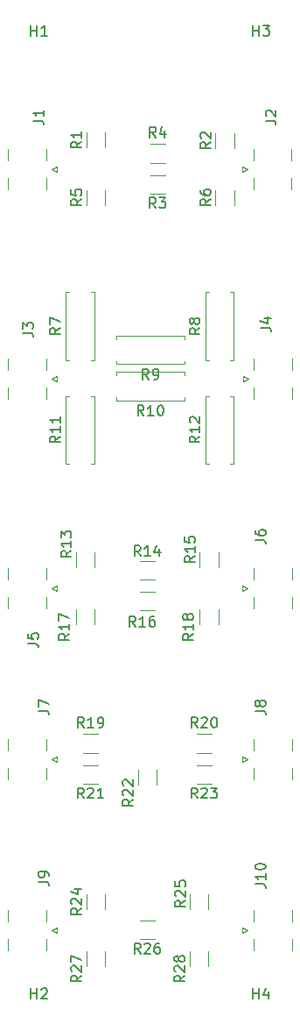
<source format=gbr>
G04 #@! TF.GenerationSoftware,KiCad,Pcbnew,(5.1.5)-3*
G04 #@! TF.CreationDate,2020-11-12T14:52:36+01:00*
G04 #@! TF.ProjectId,50 to 50 Attenuators,35302074-6f20-4353-9020-417474656e75,rev?*
G04 #@! TF.SameCoordinates,Original*
G04 #@! TF.FileFunction,Legend,Top*
G04 #@! TF.FilePolarity,Positive*
%FSLAX46Y46*%
G04 Gerber Fmt 4.6, Leading zero omitted, Abs format (unit mm)*
G04 Created by KiCad (PCBNEW (5.1.5)-3) date 2020-11-12 14:52:36*
%MOMM*%
%LPD*%
G04 APERTURE LIST*
%ADD10C,0.120000*%
%ADD11C,0.150000*%
G04 APERTURE END LIST*
D10*
X39710000Y-39340000D02*
X39710000Y-40450000D01*
X39710000Y-36550000D02*
X39710000Y-37660000D01*
X36000000Y-39340000D02*
X36000000Y-40450000D01*
X36000000Y-36550000D02*
X36000000Y-37660000D01*
X40260000Y-38500000D02*
X40760000Y-38750000D01*
X40760000Y-38750000D02*
X40760000Y-38250000D01*
X40760000Y-38250000D02*
X40260000Y-38500000D01*
X59765000Y-37660000D02*
X59765000Y-36550000D01*
X59765000Y-40450000D02*
X59765000Y-39340000D01*
X63475000Y-37660000D02*
X63475000Y-36550000D01*
X63475000Y-40450000D02*
X63475000Y-39340000D01*
X59215000Y-38500000D02*
X58715000Y-38250000D01*
X58715000Y-38250000D02*
X58715000Y-38750000D01*
X58715000Y-38750000D02*
X59215000Y-38500000D01*
X40760000Y-58500000D02*
X40260000Y-58750000D01*
X40760000Y-59000000D02*
X40760000Y-58500000D01*
X40260000Y-58750000D02*
X40760000Y-59000000D01*
X36000000Y-56800000D02*
X36000000Y-57910000D01*
X36000000Y-59590000D02*
X36000000Y-60700000D01*
X39710000Y-56800000D02*
X39710000Y-57910000D01*
X39710000Y-59590000D02*
X39710000Y-60700000D01*
X58790000Y-59000000D02*
X59290000Y-58750000D01*
X58790000Y-58500000D02*
X58790000Y-59000000D01*
X59290000Y-58750000D02*
X58790000Y-58500000D01*
X63550000Y-60700000D02*
X63550000Y-59590000D01*
X63550000Y-57910000D02*
X63550000Y-56800000D01*
X59840000Y-60700000D02*
X59840000Y-59590000D01*
X59840000Y-57910000D02*
X59840000Y-56800000D01*
X40760000Y-78750000D02*
X40260000Y-79000000D01*
X40760000Y-79250000D02*
X40760000Y-78750000D01*
X40260000Y-79000000D02*
X40760000Y-79250000D01*
X36000000Y-77050000D02*
X36000000Y-78160000D01*
X36000000Y-79840000D02*
X36000000Y-80950000D01*
X39710000Y-77050000D02*
X39710000Y-78160000D01*
X39710000Y-79840000D02*
X39710000Y-80950000D01*
X59790000Y-78160000D02*
X59790000Y-77050000D01*
X59790000Y-80950000D02*
X59790000Y-79840000D01*
X63500000Y-78160000D02*
X63500000Y-77050000D01*
X63500000Y-80950000D02*
X63500000Y-79840000D01*
X59240000Y-79000000D02*
X58740000Y-78750000D01*
X58740000Y-78750000D02*
X58740000Y-79250000D01*
X58740000Y-79250000D02*
X59240000Y-79000000D01*
X40760000Y-95250000D02*
X40260000Y-95500000D01*
X40760000Y-95750000D02*
X40760000Y-95250000D01*
X40260000Y-95500000D02*
X40760000Y-95750000D01*
X36000000Y-93550000D02*
X36000000Y-94660000D01*
X36000000Y-96340000D02*
X36000000Y-97450000D01*
X39710000Y-93550000D02*
X39710000Y-94660000D01*
X39710000Y-96340000D02*
X39710000Y-97450000D01*
X59790000Y-94660000D02*
X59790000Y-93550000D01*
X59790000Y-97450000D02*
X59790000Y-96340000D01*
X63500000Y-94660000D02*
X63500000Y-93550000D01*
X63500000Y-97450000D02*
X63500000Y-96340000D01*
X59240000Y-95500000D02*
X58740000Y-95250000D01*
X58740000Y-95250000D02*
X58740000Y-95750000D01*
X58740000Y-95750000D02*
X59240000Y-95500000D01*
X39710000Y-112840000D02*
X39710000Y-113950000D01*
X39710000Y-110050000D02*
X39710000Y-111160000D01*
X36000000Y-112840000D02*
X36000000Y-113950000D01*
X36000000Y-110050000D02*
X36000000Y-111160000D01*
X40260000Y-112000000D02*
X40760000Y-112250000D01*
X40760000Y-112250000D02*
X40760000Y-111750000D01*
X40760000Y-111750000D02*
X40260000Y-112000000D01*
X58740000Y-112250000D02*
X59240000Y-112000000D01*
X58740000Y-111750000D02*
X58740000Y-112250000D01*
X59240000Y-112000000D02*
X58740000Y-111750000D01*
X63500000Y-113950000D02*
X63500000Y-112840000D01*
X63500000Y-111160000D02*
X63500000Y-110050000D01*
X59790000Y-113950000D02*
X59790000Y-112840000D01*
X59790000Y-111160000D02*
X59790000Y-110050000D01*
X43590000Y-36427064D02*
X43590000Y-34972936D01*
X45410000Y-36427064D02*
X45410000Y-34972936D01*
X57910000Y-36477064D02*
X57910000Y-35022936D01*
X56090000Y-36477064D02*
X56090000Y-35022936D01*
X51227064Y-39090000D02*
X49772936Y-39090000D01*
X51227064Y-40910000D02*
X49772936Y-40910000D01*
X51227064Y-37910000D02*
X49772936Y-37910000D01*
X51227064Y-36090000D02*
X49772936Y-36090000D01*
X43590000Y-41977064D02*
X43590000Y-40522936D01*
X45410000Y-41977064D02*
X45410000Y-40522936D01*
X57910000Y-41977064D02*
X57910000Y-40522936D01*
X56090000Y-41977064D02*
X56090000Y-40522936D01*
X44370000Y-50420000D02*
X44040000Y-50420000D01*
X44370000Y-56960000D02*
X44370000Y-50420000D01*
X44040000Y-56960000D02*
X44370000Y-56960000D01*
X41630000Y-50420000D02*
X41960000Y-50420000D01*
X41630000Y-56960000D02*
X41630000Y-50420000D01*
X41960000Y-56960000D02*
X41630000Y-56960000D01*
X55460000Y-56960000D02*
X55130000Y-56960000D01*
X55130000Y-56960000D02*
X55130000Y-50420000D01*
X55130000Y-50420000D02*
X55460000Y-50420000D01*
X57540000Y-56960000D02*
X57870000Y-56960000D01*
X57870000Y-56960000D02*
X57870000Y-50420000D01*
X57870000Y-50420000D02*
X57540000Y-50420000D01*
X53080000Y-57040000D02*
X53080000Y-57370000D01*
X53080000Y-57370000D02*
X46540000Y-57370000D01*
X46540000Y-57370000D02*
X46540000Y-57040000D01*
X53080000Y-54960000D02*
X53080000Y-54630000D01*
X53080000Y-54630000D02*
X46540000Y-54630000D01*
X46540000Y-54630000D02*
X46540000Y-54960000D01*
X46540000Y-58130000D02*
X46540000Y-58460000D01*
X53080000Y-58130000D02*
X46540000Y-58130000D01*
X53080000Y-58460000D02*
X53080000Y-58130000D01*
X46540000Y-60870000D02*
X46540000Y-60540000D01*
X53080000Y-60870000D02*
X46540000Y-60870000D01*
X53080000Y-60540000D02*
X53080000Y-60870000D01*
X41960000Y-66960000D02*
X41630000Y-66960000D01*
X41630000Y-66960000D02*
X41630000Y-60420000D01*
X41630000Y-60420000D02*
X41960000Y-60420000D01*
X44040000Y-66960000D02*
X44370000Y-66960000D01*
X44370000Y-66960000D02*
X44370000Y-60420000D01*
X44370000Y-60420000D02*
X44040000Y-60420000D01*
X57870000Y-60420000D02*
X57540000Y-60420000D01*
X57870000Y-66960000D02*
X57870000Y-60420000D01*
X57540000Y-66960000D02*
X57870000Y-66960000D01*
X55130000Y-60420000D02*
X55460000Y-60420000D01*
X55130000Y-66960000D02*
X55130000Y-60420000D01*
X55460000Y-66960000D02*
X55130000Y-66960000D01*
X44410000Y-76977064D02*
X44410000Y-75522936D01*
X42590000Y-76977064D02*
X42590000Y-75522936D01*
X48772936Y-76340000D02*
X50227064Y-76340000D01*
X48772936Y-78160000D02*
X50227064Y-78160000D01*
X54590000Y-76977064D02*
X54590000Y-75522936D01*
X56410000Y-76977064D02*
X56410000Y-75522936D01*
X48772936Y-79340000D02*
X50227064Y-79340000D01*
X48772936Y-81160000D02*
X50227064Y-81160000D01*
X44410000Y-82477064D02*
X44410000Y-81022936D01*
X42590000Y-82477064D02*
X42590000Y-81022936D01*
X56410000Y-82477064D02*
X56410000Y-81022936D01*
X54590000Y-82477064D02*
X54590000Y-81022936D01*
X44727064Y-94910000D02*
X43272936Y-94910000D01*
X44727064Y-93090000D02*
X43272936Y-93090000D01*
X55727064Y-93090000D02*
X54272936Y-93090000D01*
X55727064Y-94910000D02*
X54272936Y-94910000D01*
X44727064Y-97910000D02*
X43272936Y-97910000D01*
X44727064Y-96090000D02*
X43272936Y-96090000D01*
X50410000Y-97977064D02*
X50410000Y-96522936D01*
X48590000Y-97977064D02*
X48590000Y-96522936D01*
X55727064Y-97910000D02*
X54272936Y-97910000D01*
X55727064Y-96090000D02*
X54272936Y-96090000D01*
X45410000Y-109977064D02*
X45410000Y-108522936D01*
X43590000Y-109977064D02*
X43590000Y-108522936D01*
X55410000Y-109977064D02*
X55410000Y-108522936D01*
X53590000Y-109977064D02*
X53590000Y-108522936D01*
X50227064Y-112910000D02*
X48772936Y-112910000D01*
X50227064Y-111090000D02*
X48772936Y-111090000D01*
X43590000Y-115477064D02*
X43590000Y-114022936D01*
X45410000Y-115477064D02*
X45410000Y-114022936D01*
X55410000Y-115477064D02*
X55410000Y-114022936D01*
X53590000Y-115477064D02*
X53590000Y-114022936D01*
D11*
X38238095Y-25644380D02*
X38238095Y-24644380D01*
X38238095Y-25120571D02*
X38809523Y-25120571D01*
X38809523Y-25644380D02*
X38809523Y-24644380D01*
X39809523Y-25644380D02*
X39238095Y-25644380D01*
X39523809Y-25644380D02*
X39523809Y-24644380D01*
X39428571Y-24787238D01*
X39333333Y-24882476D01*
X39238095Y-24930095D01*
X38238095Y-118652380D02*
X38238095Y-117652380D01*
X38238095Y-118128571D02*
X38809523Y-118128571D01*
X38809523Y-118652380D02*
X38809523Y-117652380D01*
X39238095Y-117747619D02*
X39285714Y-117700000D01*
X39380952Y-117652380D01*
X39619047Y-117652380D01*
X39714285Y-117700000D01*
X39761904Y-117747619D01*
X39809523Y-117842857D01*
X39809523Y-117938095D01*
X39761904Y-118080952D01*
X39190476Y-118652380D01*
X39809523Y-118652380D01*
X59738095Y-25644380D02*
X59738095Y-24644380D01*
X59738095Y-25120571D02*
X60309523Y-25120571D01*
X60309523Y-25644380D02*
X60309523Y-24644380D01*
X60690476Y-24644380D02*
X61309523Y-24644380D01*
X60976190Y-25025333D01*
X61119047Y-25025333D01*
X61214285Y-25072952D01*
X61261904Y-25120571D01*
X61309523Y-25215809D01*
X61309523Y-25453904D01*
X61261904Y-25549142D01*
X61214285Y-25596761D01*
X61119047Y-25644380D01*
X60833333Y-25644380D01*
X60738095Y-25596761D01*
X60690476Y-25549142D01*
X59738095Y-118652380D02*
X59738095Y-117652380D01*
X59738095Y-118128571D02*
X60309523Y-118128571D01*
X60309523Y-118652380D02*
X60309523Y-117652380D01*
X61214285Y-117985714D02*
X61214285Y-118652380D01*
X60976190Y-117604761D02*
X60738095Y-118319047D01*
X61357142Y-118319047D01*
X38452380Y-33833333D02*
X39166666Y-33833333D01*
X39309523Y-33880952D01*
X39404761Y-33976190D01*
X39452380Y-34119047D01*
X39452380Y-34214285D01*
X39452380Y-32833333D02*
X39452380Y-33404761D01*
X39452380Y-33119047D02*
X38452380Y-33119047D01*
X38595238Y-33214285D01*
X38690476Y-33309523D01*
X38738095Y-33404761D01*
X60952380Y-33833333D02*
X61666666Y-33833333D01*
X61809523Y-33880952D01*
X61904761Y-33976190D01*
X61952380Y-34119047D01*
X61952380Y-34214285D01*
X61047619Y-33404761D02*
X61000000Y-33357142D01*
X60952380Y-33261904D01*
X60952380Y-33023809D01*
X61000000Y-32928571D01*
X61047619Y-32880952D01*
X61142857Y-32833333D01*
X61238095Y-32833333D01*
X61380952Y-32880952D01*
X61952380Y-33452380D01*
X61952380Y-32833333D01*
X37452380Y-54333333D02*
X38166666Y-54333333D01*
X38309523Y-54380952D01*
X38404761Y-54476190D01*
X38452380Y-54619047D01*
X38452380Y-54714285D01*
X37452380Y-53952380D02*
X37452380Y-53333333D01*
X37833333Y-53666666D01*
X37833333Y-53523809D01*
X37880952Y-53428571D01*
X37928571Y-53380952D01*
X38023809Y-53333333D01*
X38261904Y-53333333D01*
X38357142Y-53380952D01*
X38404761Y-53428571D01*
X38452380Y-53523809D01*
X38452380Y-53809523D01*
X38404761Y-53904761D01*
X38357142Y-53952380D01*
X60452380Y-53833333D02*
X61166666Y-53833333D01*
X61309523Y-53880952D01*
X61404761Y-53976190D01*
X61452380Y-54119047D01*
X61452380Y-54214285D01*
X60785714Y-52928571D02*
X61452380Y-52928571D01*
X60404761Y-53166666D02*
X61119047Y-53404761D01*
X61119047Y-52785714D01*
X37952380Y-84333333D02*
X38666666Y-84333333D01*
X38809523Y-84380952D01*
X38904761Y-84476190D01*
X38952380Y-84619047D01*
X38952380Y-84714285D01*
X37952380Y-83380952D02*
X37952380Y-83857142D01*
X38428571Y-83904761D01*
X38380952Y-83857142D01*
X38333333Y-83761904D01*
X38333333Y-83523809D01*
X38380952Y-83428571D01*
X38428571Y-83380952D01*
X38523809Y-83333333D01*
X38761904Y-83333333D01*
X38857142Y-83380952D01*
X38904761Y-83428571D01*
X38952380Y-83523809D01*
X38952380Y-83761904D01*
X38904761Y-83857142D01*
X38857142Y-83904761D01*
X59952380Y-74333333D02*
X60666666Y-74333333D01*
X60809523Y-74380952D01*
X60904761Y-74476190D01*
X60952380Y-74619047D01*
X60952380Y-74714285D01*
X59952380Y-73428571D02*
X59952380Y-73619047D01*
X60000000Y-73714285D01*
X60047619Y-73761904D01*
X60190476Y-73857142D01*
X60380952Y-73904761D01*
X60761904Y-73904761D01*
X60857142Y-73857142D01*
X60904761Y-73809523D01*
X60952380Y-73714285D01*
X60952380Y-73523809D01*
X60904761Y-73428571D01*
X60857142Y-73380952D01*
X60761904Y-73333333D01*
X60523809Y-73333333D01*
X60428571Y-73380952D01*
X60380952Y-73428571D01*
X60333333Y-73523809D01*
X60333333Y-73714285D01*
X60380952Y-73809523D01*
X60428571Y-73857142D01*
X60523809Y-73904761D01*
X38952380Y-90833333D02*
X39666666Y-90833333D01*
X39809523Y-90880952D01*
X39904761Y-90976190D01*
X39952380Y-91119047D01*
X39952380Y-91214285D01*
X38952380Y-90452380D02*
X38952380Y-89785714D01*
X39952380Y-90214285D01*
X59952380Y-90833333D02*
X60666666Y-90833333D01*
X60809523Y-90880952D01*
X60904761Y-90976190D01*
X60952380Y-91119047D01*
X60952380Y-91214285D01*
X60380952Y-90214285D02*
X60333333Y-90309523D01*
X60285714Y-90357142D01*
X60190476Y-90404761D01*
X60142857Y-90404761D01*
X60047619Y-90357142D01*
X60000000Y-90309523D01*
X59952380Y-90214285D01*
X59952380Y-90023809D01*
X60000000Y-89928571D01*
X60047619Y-89880952D01*
X60142857Y-89833333D01*
X60190476Y-89833333D01*
X60285714Y-89880952D01*
X60333333Y-89928571D01*
X60380952Y-90023809D01*
X60380952Y-90214285D01*
X60428571Y-90309523D01*
X60476190Y-90357142D01*
X60571428Y-90404761D01*
X60761904Y-90404761D01*
X60857142Y-90357142D01*
X60904761Y-90309523D01*
X60952380Y-90214285D01*
X60952380Y-90023809D01*
X60904761Y-89928571D01*
X60857142Y-89880952D01*
X60761904Y-89833333D01*
X60571428Y-89833333D01*
X60476190Y-89880952D01*
X60428571Y-89928571D01*
X60380952Y-90023809D01*
X38952380Y-107333333D02*
X39666666Y-107333333D01*
X39809523Y-107380952D01*
X39904761Y-107476190D01*
X39952380Y-107619047D01*
X39952380Y-107714285D01*
X39952380Y-106809523D02*
X39952380Y-106619047D01*
X39904761Y-106523809D01*
X39857142Y-106476190D01*
X39714285Y-106380952D01*
X39523809Y-106333333D01*
X39142857Y-106333333D01*
X39047619Y-106380952D01*
X39000000Y-106428571D01*
X38952380Y-106523809D01*
X38952380Y-106714285D01*
X39000000Y-106809523D01*
X39047619Y-106857142D01*
X39142857Y-106904761D01*
X39380952Y-106904761D01*
X39476190Y-106857142D01*
X39523809Y-106809523D01*
X39571428Y-106714285D01*
X39571428Y-106523809D01*
X39523809Y-106428571D01*
X39476190Y-106380952D01*
X39380952Y-106333333D01*
X59952380Y-107559523D02*
X60666666Y-107559523D01*
X60809523Y-107607142D01*
X60904761Y-107702380D01*
X60952380Y-107845238D01*
X60952380Y-107940476D01*
X60952380Y-106559523D02*
X60952380Y-107130952D01*
X60952380Y-106845238D02*
X59952380Y-106845238D01*
X60095238Y-106940476D01*
X60190476Y-107035714D01*
X60238095Y-107130952D01*
X59952380Y-105940476D02*
X59952380Y-105845238D01*
X60000000Y-105750000D01*
X60047619Y-105702380D01*
X60142857Y-105654761D01*
X60333333Y-105607142D01*
X60571428Y-105607142D01*
X60761904Y-105654761D01*
X60857142Y-105702380D01*
X60904761Y-105750000D01*
X60952380Y-105845238D01*
X60952380Y-105940476D01*
X60904761Y-106035714D01*
X60857142Y-106083333D01*
X60761904Y-106130952D01*
X60571428Y-106178571D01*
X60333333Y-106178571D01*
X60142857Y-106130952D01*
X60047619Y-106083333D01*
X60000000Y-106035714D01*
X59952380Y-105940476D01*
X43132380Y-35866666D02*
X42656190Y-36200000D01*
X43132380Y-36438095D02*
X42132380Y-36438095D01*
X42132380Y-36057142D01*
X42180000Y-35961904D01*
X42227619Y-35914285D01*
X42322857Y-35866666D01*
X42465714Y-35866666D01*
X42560952Y-35914285D01*
X42608571Y-35961904D01*
X42656190Y-36057142D01*
X42656190Y-36438095D01*
X43132380Y-34914285D02*
X43132380Y-35485714D01*
X43132380Y-35200000D02*
X42132380Y-35200000D01*
X42275238Y-35295238D01*
X42370476Y-35390476D01*
X42418095Y-35485714D01*
X55632380Y-35916666D02*
X55156190Y-36250000D01*
X55632380Y-36488095D02*
X54632380Y-36488095D01*
X54632380Y-36107142D01*
X54680000Y-36011904D01*
X54727619Y-35964285D01*
X54822857Y-35916666D01*
X54965714Y-35916666D01*
X55060952Y-35964285D01*
X55108571Y-36011904D01*
X55156190Y-36107142D01*
X55156190Y-36488095D01*
X54727619Y-35535714D02*
X54680000Y-35488095D01*
X54632380Y-35392857D01*
X54632380Y-35154761D01*
X54680000Y-35059523D01*
X54727619Y-35011904D01*
X54822857Y-34964285D01*
X54918095Y-34964285D01*
X55060952Y-35011904D01*
X55632380Y-35583333D01*
X55632380Y-34964285D01*
X50333333Y-42272380D02*
X50000000Y-41796190D01*
X49761904Y-42272380D02*
X49761904Y-41272380D01*
X50142857Y-41272380D01*
X50238095Y-41320000D01*
X50285714Y-41367619D01*
X50333333Y-41462857D01*
X50333333Y-41605714D01*
X50285714Y-41700952D01*
X50238095Y-41748571D01*
X50142857Y-41796190D01*
X49761904Y-41796190D01*
X50666666Y-41272380D02*
X51285714Y-41272380D01*
X50952380Y-41653333D01*
X51095238Y-41653333D01*
X51190476Y-41700952D01*
X51238095Y-41748571D01*
X51285714Y-41843809D01*
X51285714Y-42081904D01*
X51238095Y-42177142D01*
X51190476Y-42224761D01*
X51095238Y-42272380D01*
X50809523Y-42272380D01*
X50714285Y-42224761D01*
X50666666Y-42177142D01*
X50333333Y-35452380D02*
X50000000Y-34976190D01*
X49761904Y-35452380D02*
X49761904Y-34452380D01*
X50142857Y-34452380D01*
X50238095Y-34500000D01*
X50285714Y-34547619D01*
X50333333Y-34642857D01*
X50333333Y-34785714D01*
X50285714Y-34880952D01*
X50238095Y-34928571D01*
X50142857Y-34976190D01*
X49761904Y-34976190D01*
X51190476Y-34785714D02*
X51190476Y-35452380D01*
X50952380Y-34404761D02*
X50714285Y-35119047D01*
X51333333Y-35119047D01*
X43132380Y-41416666D02*
X42656190Y-41750000D01*
X43132380Y-41988095D02*
X42132380Y-41988095D01*
X42132380Y-41607142D01*
X42180000Y-41511904D01*
X42227619Y-41464285D01*
X42322857Y-41416666D01*
X42465714Y-41416666D01*
X42560952Y-41464285D01*
X42608571Y-41511904D01*
X42656190Y-41607142D01*
X42656190Y-41988095D01*
X42132380Y-40511904D02*
X42132380Y-40988095D01*
X42608571Y-41035714D01*
X42560952Y-40988095D01*
X42513333Y-40892857D01*
X42513333Y-40654761D01*
X42560952Y-40559523D01*
X42608571Y-40511904D01*
X42703809Y-40464285D01*
X42941904Y-40464285D01*
X43037142Y-40511904D01*
X43084761Y-40559523D01*
X43132380Y-40654761D01*
X43132380Y-40892857D01*
X43084761Y-40988095D01*
X43037142Y-41035714D01*
X55632380Y-41416666D02*
X55156190Y-41750000D01*
X55632380Y-41988095D02*
X54632380Y-41988095D01*
X54632380Y-41607142D01*
X54680000Y-41511904D01*
X54727619Y-41464285D01*
X54822857Y-41416666D01*
X54965714Y-41416666D01*
X55060952Y-41464285D01*
X55108571Y-41511904D01*
X55156190Y-41607142D01*
X55156190Y-41988095D01*
X54632380Y-40559523D02*
X54632380Y-40750000D01*
X54680000Y-40845238D01*
X54727619Y-40892857D01*
X54870476Y-40988095D01*
X55060952Y-41035714D01*
X55441904Y-41035714D01*
X55537142Y-40988095D01*
X55584761Y-40940476D01*
X55632380Y-40845238D01*
X55632380Y-40654761D01*
X55584761Y-40559523D01*
X55537142Y-40511904D01*
X55441904Y-40464285D01*
X55203809Y-40464285D01*
X55108571Y-40511904D01*
X55060952Y-40559523D01*
X55013333Y-40654761D01*
X55013333Y-40845238D01*
X55060952Y-40940476D01*
X55108571Y-40988095D01*
X55203809Y-41035714D01*
X41082380Y-53856666D02*
X40606190Y-54190000D01*
X41082380Y-54428095D02*
X40082380Y-54428095D01*
X40082380Y-54047142D01*
X40130000Y-53951904D01*
X40177619Y-53904285D01*
X40272857Y-53856666D01*
X40415714Y-53856666D01*
X40510952Y-53904285D01*
X40558571Y-53951904D01*
X40606190Y-54047142D01*
X40606190Y-54428095D01*
X40082380Y-53523333D02*
X40082380Y-52856666D01*
X41082380Y-53285238D01*
X54582380Y-53856666D02*
X54106190Y-54190000D01*
X54582380Y-54428095D02*
X53582380Y-54428095D01*
X53582380Y-54047142D01*
X53630000Y-53951904D01*
X53677619Y-53904285D01*
X53772857Y-53856666D01*
X53915714Y-53856666D01*
X54010952Y-53904285D01*
X54058571Y-53951904D01*
X54106190Y-54047142D01*
X54106190Y-54428095D01*
X54010952Y-53285238D02*
X53963333Y-53380476D01*
X53915714Y-53428095D01*
X53820476Y-53475714D01*
X53772857Y-53475714D01*
X53677619Y-53428095D01*
X53630000Y-53380476D01*
X53582380Y-53285238D01*
X53582380Y-53094761D01*
X53630000Y-52999523D01*
X53677619Y-52951904D01*
X53772857Y-52904285D01*
X53820476Y-52904285D01*
X53915714Y-52951904D01*
X53963333Y-52999523D01*
X54010952Y-53094761D01*
X54010952Y-53285238D01*
X54058571Y-53380476D01*
X54106190Y-53428095D01*
X54201428Y-53475714D01*
X54391904Y-53475714D01*
X54487142Y-53428095D01*
X54534761Y-53380476D01*
X54582380Y-53285238D01*
X54582380Y-53094761D01*
X54534761Y-52999523D01*
X54487142Y-52951904D01*
X54391904Y-52904285D01*
X54201428Y-52904285D01*
X54106190Y-52951904D01*
X54058571Y-52999523D01*
X54010952Y-53094761D01*
X49643333Y-58822380D02*
X49310000Y-58346190D01*
X49071904Y-58822380D02*
X49071904Y-57822380D01*
X49452857Y-57822380D01*
X49548095Y-57870000D01*
X49595714Y-57917619D01*
X49643333Y-58012857D01*
X49643333Y-58155714D01*
X49595714Y-58250952D01*
X49548095Y-58298571D01*
X49452857Y-58346190D01*
X49071904Y-58346190D01*
X50119523Y-58822380D02*
X50310000Y-58822380D01*
X50405238Y-58774761D01*
X50452857Y-58727142D01*
X50548095Y-58584285D01*
X50595714Y-58393809D01*
X50595714Y-58012857D01*
X50548095Y-57917619D01*
X50500476Y-57870000D01*
X50405238Y-57822380D01*
X50214761Y-57822380D01*
X50119523Y-57870000D01*
X50071904Y-57917619D01*
X50024285Y-58012857D01*
X50024285Y-58250952D01*
X50071904Y-58346190D01*
X50119523Y-58393809D01*
X50214761Y-58441428D01*
X50405238Y-58441428D01*
X50500476Y-58393809D01*
X50548095Y-58346190D01*
X50595714Y-58250952D01*
X49167142Y-62322380D02*
X48833809Y-61846190D01*
X48595714Y-62322380D02*
X48595714Y-61322380D01*
X48976666Y-61322380D01*
X49071904Y-61370000D01*
X49119523Y-61417619D01*
X49167142Y-61512857D01*
X49167142Y-61655714D01*
X49119523Y-61750952D01*
X49071904Y-61798571D01*
X48976666Y-61846190D01*
X48595714Y-61846190D01*
X50119523Y-62322380D02*
X49548095Y-62322380D01*
X49833809Y-62322380D02*
X49833809Y-61322380D01*
X49738571Y-61465238D01*
X49643333Y-61560476D01*
X49548095Y-61608095D01*
X50738571Y-61322380D02*
X50833809Y-61322380D01*
X50929047Y-61370000D01*
X50976666Y-61417619D01*
X51024285Y-61512857D01*
X51071904Y-61703333D01*
X51071904Y-61941428D01*
X51024285Y-62131904D01*
X50976666Y-62227142D01*
X50929047Y-62274761D01*
X50833809Y-62322380D01*
X50738571Y-62322380D01*
X50643333Y-62274761D01*
X50595714Y-62227142D01*
X50548095Y-62131904D01*
X50500476Y-61941428D01*
X50500476Y-61703333D01*
X50548095Y-61512857D01*
X50595714Y-61417619D01*
X50643333Y-61370000D01*
X50738571Y-61322380D01*
X41082380Y-64332857D02*
X40606190Y-64666190D01*
X41082380Y-64904285D02*
X40082380Y-64904285D01*
X40082380Y-64523333D01*
X40130000Y-64428095D01*
X40177619Y-64380476D01*
X40272857Y-64332857D01*
X40415714Y-64332857D01*
X40510952Y-64380476D01*
X40558571Y-64428095D01*
X40606190Y-64523333D01*
X40606190Y-64904285D01*
X41082380Y-63380476D02*
X41082380Y-63951904D01*
X41082380Y-63666190D02*
X40082380Y-63666190D01*
X40225238Y-63761428D01*
X40320476Y-63856666D01*
X40368095Y-63951904D01*
X41082380Y-62428095D02*
X41082380Y-62999523D01*
X41082380Y-62713809D02*
X40082380Y-62713809D01*
X40225238Y-62809047D01*
X40320476Y-62904285D01*
X40368095Y-62999523D01*
X54582380Y-64332857D02*
X54106190Y-64666190D01*
X54582380Y-64904285D02*
X53582380Y-64904285D01*
X53582380Y-64523333D01*
X53630000Y-64428095D01*
X53677619Y-64380476D01*
X53772857Y-64332857D01*
X53915714Y-64332857D01*
X54010952Y-64380476D01*
X54058571Y-64428095D01*
X54106190Y-64523333D01*
X54106190Y-64904285D01*
X54582380Y-63380476D02*
X54582380Y-63951904D01*
X54582380Y-63666190D02*
X53582380Y-63666190D01*
X53725238Y-63761428D01*
X53820476Y-63856666D01*
X53868095Y-63951904D01*
X53677619Y-62999523D02*
X53630000Y-62951904D01*
X53582380Y-62856666D01*
X53582380Y-62618571D01*
X53630000Y-62523333D01*
X53677619Y-62475714D01*
X53772857Y-62428095D01*
X53868095Y-62428095D01*
X54010952Y-62475714D01*
X54582380Y-63047142D01*
X54582380Y-62428095D01*
X42132380Y-75392857D02*
X41656190Y-75726190D01*
X42132380Y-75964285D02*
X41132380Y-75964285D01*
X41132380Y-75583333D01*
X41180000Y-75488095D01*
X41227619Y-75440476D01*
X41322857Y-75392857D01*
X41465714Y-75392857D01*
X41560952Y-75440476D01*
X41608571Y-75488095D01*
X41656190Y-75583333D01*
X41656190Y-75964285D01*
X42132380Y-74440476D02*
X42132380Y-75011904D01*
X42132380Y-74726190D02*
X41132380Y-74726190D01*
X41275238Y-74821428D01*
X41370476Y-74916666D01*
X41418095Y-75011904D01*
X41132380Y-74107142D02*
X41132380Y-73488095D01*
X41513333Y-73821428D01*
X41513333Y-73678571D01*
X41560952Y-73583333D01*
X41608571Y-73535714D01*
X41703809Y-73488095D01*
X41941904Y-73488095D01*
X42037142Y-73535714D01*
X42084761Y-73583333D01*
X42132380Y-73678571D01*
X42132380Y-73964285D01*
X42084761Y-74059523D01*
X42037142Y-74107142D01*
X48857142Y-75882380D02*
X48523809Y-75406190D01*
X48285714Y-75882380D02*
X48285714Y-74882380D01*
X48666666Y-74882380D01*
X48761904Y-74930000D01*
X48809523Y-74977619D01*
X48857142Y-75072857D01*
X48857142Y-75215714D01*
X48809523Y-75310952D01*
X48761904Y-75358571D01*
X48666666Y-75406190D01*
X48285714Y-75406190D01*
X49809523Y-75882380D02*
X49238095Y-75882380D01*
X49523809Y-75882380D02*
X49523809Y-74882380D01*
X49428571Y-75025238D01*
X49333333Y-75120476D01*
X49238095Y-75168095D01*
X50666666Y-75215714D02*
X50666666Y-75882380D01*
X50428571Y-74834761D02*
X50190476Y-75549047D01*
X50809523Y-75549047D01*
X54132380Y-75892857D02*
X53656190Y-76226190D01*
X54132380Y-76464285D02*
X53132380Y-76464285D01*
X53132380Y-76083333D01*
X53180000Y-75988095D01*
X53227619Y-75940476D01*
X53322857Y-75892857D01*
X53465714Y-75892857D01*
X53560952Y-75940476D01*
X53608571Y-75988095D01*
X53656190Y-76083333D01*
X53656190Y-76464285D01*
X54132380Y-74940476D02*
X54132380Y-75511904D01*
X54132380Y-75226190D02*
X53132380Y-75226190D01*
X53275238Y-75321428D01*
X53370476Y-75416666D01*
X53418095Y-75511904D01*
X53132380Y-74035714D02*
X53132380Y-74511904D01*
X53608571Y-74559523D01*
X53560952Y-74511904D01*
X53513333Y-74416666D01*
X53513333Y-74178571D01*
X53560952Y-74083333D01*
X53608571Y-74035714D01*
X53703809Y-73988095D01*
X53941904Y-73988095D01*
X54037142Y-74035714D01*
X54084761Y-74083333D01*
X54132380Y-74178571D01*
X54132380Y-74416666D01*
X54084761Y-74511904D01*
X54037142Y-74559523D01*
X48357142Y-82702380D02*
X48023809Y-82226190D01*
X47785714Y-82702380D02*
X47785714Y-81702380D01*
X48166666Y-81702380D01*
X48261904Y-81750000D01*
X48309523Y-81797619D01*
X48357142Y-81892857D01*
X48357142Y-82035714D01*
X48309523Y-82130952D01*
X48261904Y-82178571D01*
X48166666Y-82226190D01*
X47785714Y-82226190D01*
X49309523Y-82702380D02*
X48738095Y-82702380D01*
X49023809Y-82702380D02*
X49023809Y-81702380D01*
X48928571Y-81845238D01*
X48833333Y-81940476D01*
X48738095Y-81988095D01*
X50166666Y-81702380D02*
X49976190Y-81702380D01*
X49880952Y-81750000D01*
X49833333Y-81797619D01*
X49738095Y-81940476D01*
X49690476Y-82130952D01*
X49690476Y-82511904D01*
X49738095Y-82607142D01*
X49785714Y-82654761D01*
X49880952Y-82702380D01*
X50071428Y-82702380D01*
X50166666Y-82654761D01*
X50214285Y-82607142D01*
X50261904Y-82511904D01*
X50261904Y-82273809D01*
X50214285Y-82178571D01*
X50166666Y-82130952D01*
X50071428Y-82083333D01*
X49880952Y-82083333D01*
X49785714Y-82130952D01*
X49738095Y-82178571D01*
X49690476Y-82273809D01*
X41952380Y-83392857D02*
X41476190Y-83726190D01*
X41952380Y-83964285D02*
X40952380Y-83964285D01*
X40952380Y-83583333D01*
X41000000Y-83488095D01*
X41047619Y-83440476D01*
X41142857Y-83392857D01*
X41285714Y-83392857D01*
X41380952Y-83440476D01*
X41428571Y-83488095D01*
X41476190Y-83583333D01*
X41476190Y-83964285D01*
X41952380Y-82440476D02*
X41952380Y-83011904D01*
X41952380Y-82726190D02*
X40952380Y-82726190D01*
X41095238Y-82821428D01*
X41190476Y-82916666D01*
X41238095Y-83011904D01*
X40952380Y-82107142D02*
X40952380Y-81440476D01*
X41952380Y-81869047D01*
X53952380Y-83392857D02*
X53476190Y-83726190D01*
X53952380Y-83964285D02*
X52952380Y-83964285D01*
X52952380Y-83583333D01*
X53000000Y-83488095D01*
X53047619Y-83440476D01*
X53142857Y-83392857D01*
X53285714Y-83392857D01*
X53380952Y-83440476D01*
X53428571Y-83488095D01*
X53476190Y-83583333D01*
X53476190Y-83964285D01*
X53952380Y-82440476D02*
X53952380Y-83011904D01*
X53952380Y-82726190D02*
X52952380Y-82726190D01*
X53095238Y-82821428D01*
X53190476Y-82916666D01*
X53238095Y-83011904D01*
X53380952Y-81869047D02*
X53333333Y-81964285D01*
X53285714Y-82011904D01*
X53190476Y-82059523D01*
X53142857Y-82059523D01*
X53047619Y-82011904D01*
X53000000Y-81964285D01*
X52952380Y-81869047D01*
X52952380Y-81678571D01*
X53000000Y-81583333D01*
X53047619Y-81535714D01*
X53142857Y-81488095D01*
X53190476Y-81488095D01*
X53285714Y-81535714D01*
X53333333Y-81583333D01*
X53380952Y-81678571D01*
X53380952Y-81869047D01*
X53428571Y-81964285D01*
X53476190Y-82011904D01*
X53571428Y-82059523D01*
X53761904Y-82059523D01*
X53857142Y-82011904D01*
X53904761Y-81964285D01*
X53952380Y-81869047D01*
X53952380Y-81678571D01*
X53904761Y-81583333D01*
X53857142Y-81535714D01*
X53761904Y-81488095D01*
X53571428Y-81488095D01*
X53476190Y-81535714D01*
X53428571Y-81583333D01*
X53380952Y-81678571D01*
X43357142Y-92452380D02*
X43023809Y-91976190D01*
X42785714Y-92452380D02*
X42785714Y-91452380D01*
X43166666Y-91452380D01*
X43261904Y-91500000D01*
X43309523Y-91547619D01*
X43357142Y-91642857D01*
X43357142Y-91785714D01*
X43309523Y-91880952D01*
X43261904Y-91928571D01*
X43166666Y-91976190D01*
X42785714Y-91976190D01*
X44309523Y-92452380D02*
X43738095Y-92452380D01*
X44023809Y-92452380D02*
X44023809Y-91452380D01*
X43928571Y-91595238D01*
X43833333Y-91690476D01*
X43738095Y-91738095D01*
X44785714Y-92452380D02*
X44976190Y-92452380D01*
X45071428Y-92404761D01*
X45119047Y-92357142D01*
X45214285Y-92214285D01*
X45261904Y-92023809D01*
X45261904Y-91642857D01*
X45214285Y-91547619D01*
X45166666Y-91500000D01*
X45071428Y-91452380D01*
X44880952Y-91452380D01*
X44785714Y-91500000D01*
X44738095Y-91547619D01*
X44690476Y-91642857D01*
X44690476Y-91880952D01*
X44738095Y-91976190D01*
X44785714Y-92023809D01*
X44880952Y-92071428D01*
X45071428Y-92071428D01*
X45166666Y-92023809D01*
X45214285Y-91976190D01*
X45261904Y-91880952D01*
X54357142Y-92452380D02*
X54023809Y-91976190D01*
X53785714Y-92452380D02*
X53785714Y-91452380D01*
X54166666Y-91452380D01*
X54261904Y-91500000D01*
X54309523Y-91547619D01*
X54357142Y-91642857D01*
X54357142Y-91785714D01*
X54309523Y-91880952D01*
X54261904Y-91928571D01*
X54166666Y-91976190D01*
X53785714Y-91976190D01*
X54738095Y-91547619D02*
X54785714Y-91500000D01*
X54880952Y-91452380D01*
X55119047Y-91452380D01*
X55214285Y-91500000D01*
X55261904Y-91547619D01*
X55309523Y-91642857D01*
X55309523Y-91738095D01*
X55261904Y-91880952D01*
X54690476Y-92452380D01*
X55309523Y-92452380D01*
X55928571Y-91452380D02*
X56023809Y-91452380D01*
X56119047Y-91500000D01*
X56166666Y-91547619D01*
X56214285Y-91642857D01*
X56261904Y-91833333D01*
X56261904Y-92071428D01*
X56214285Y-92261904D01*
X56166666Y-92357142D01*
X56119047Y-92404761D01*
X56023809Y-92452380D01*
X55928571Y-92452380D01*
X55833333Y-92404761D01*
X55785714Y-92357142D01*
X55738095Y-92261904D01*
X55690476Y-92071428D01*
X55690476Y-91833333D01*
X55738095Y-91642857D01*
X55785714Y-91547619D01*
X55833333Y-91500000D01*
X55928571Y-91452380D01*
X43357142Y-99272380D02*
X43023809Y-98796190D01*
X42785714Y-99272380D02*
X42785714Y-98272380D01*
X43166666Y-98272380D01*
X43261904Y-98320000D01*
X43309523Y-98367619D01*
X43357142Y-98462857D01*
X43357142Y-98605714D01*
X43309523Y-98700952D01*
X43261904Y-98748571D01*
X43166666Y-98796190D01*
X42785714Y-98796190D01*
X43738095Y-98367619D02*
X43785714Y-98320000D01*
X43880952Y-98272380D01*
X44119047Y-98272380D01*
X44214285Y-98320000D01*
X44261904Y-98367619D01*
X44309523Y-98462857D01*
X44309523Y-98558095D01*
X44261904Y-98700952D01*
X43690476Y-99272380D01*
X44309523Y-99272380D01*
X45261904Y-99272380D02*
X44690476Y-99272380D01*
X44976190Y-99272380D02*
X44976190Y-98272380D01*
X44880952Y-98415238D01*
X44785714Y-98510476D01*
X44690476Y-98558095D01*
X48132380Y-99392857D02*
X47656190Y-99726190D01*
X48132380Y-99964285D02*
X47132380Y-99964285D01*
X47132380Y-99583333D01*
X47180000Y-99488095D01*
X47227619Y-99440476D01*
X47322857Y-99392857D01*
X47465714Y-99392857D01*
X47560952Y-99440476D01*
X47608571Y-99488095D01*
X47656190Y-99583333D01*
X47656190Y-99964285D01*
X47227619Y-99011904D02*
X47180000Y-98964285D01*
X47132380Y-98869047D01*
X47132380Y-98630952D01*
X47180000Y-98535714D01*
X47227619Y-98488095D01*
X47322857Y-98440476D01*
X47418095Y-98440476D01*
X47560952Y-98488095D01*
X48132380Y-99059523D01*
X48132380Y-98440476D01*
X47227619Y-98059523D02*
X47180000Y-98011904D01*
X47132380Y-97916666D01*
X47132380Y-97678571D01*
X47180000Y-97583333D01*
X47227619Y-97535714D01*
X47322857Y-97488095D01*
X47418095Y-97488095D01*
X47560952Y-97535714D01*
X48132380Y-98107142D01*
X48132380Y-97488095D01*
X54357142Y-99272380D02*
X54023809Y-98796190D01*
X53785714Y-99272380D02*
X53785714Y-98272380D01*
X54166666Y-98272380D01*
X54261904Y-98320000D01*
X54309523Y-98367619D01*
X54357142Y-98462857D01*
X54357142Y-98605714D01*
X54309523Y-98700952D01*
X54261904Y-98748571D01*
X54166666Y-98796190D01*
X53785714Y-98796190D01*
X54738095Y-98367619D02*
X54785714Y-98320000D01*
X54880952Y-98272380D01*
X55119047Y-98272380D01*
X55214285Y-98320000D01*
X55261904Y-98367619D01*
X55309523Y-98462857D01*
X55309523Y-98558095D01*
X55261904Y-98700952D01*
X54690476Y-99272380D01*
X55309523Y-99272380D01*
X55642857Y-98272380D02*
X56261904Y-98272380D01*
X55928571Y-98653333D01*
X56071428Y-98653333D01*
X56166666Y-98700952D01*
X56214285Y-98748571D01*
X56261904Y-98843809D01*
X56261904Y-99081904D01*
X56214285Y-99177142D01*
X56166666Y-99224761D01*
X56071428Y-99272380D01*
X55785714Y-99272380D01*
X55690476Y-99224761D01*
X55642857Y-99177142D01*
X43132380Y-109892857D02*
X42656190Y-110226190D01*
X43132380Y-110464285D02*
X42132380Y-110464285D01*
X42132380Y-110083333D01*
X42180000Y-109988095D01*
X42227619Y-109940476D01*
X42322857Y-109892857D01*
X42465714Y-109892857D01*
X42560952Y-109940476D01*
X42608571Y-109988095D01*
X42656190Y-110083333D01*
X42656190Y-110464285D01*
X42227619Y-109511904D02*
X42180000Y-109464285D01*
X42132380Y-109369047D01*
X42132380Y-109130952D01*
X42180000Y-109035714D01*
X42227619Y-108988095D01*
X42322857Y-108940476D01*
X42418095Y-108940476D01*
X42560952Y-108988095D01*
X43132380Y-109559523D01*
X43132380Y-108940476D01*
X42465714Y-108083333D02*
X43132380Y-108083333D01*
X42084761Y-108321428D02*
X42799047Y-108559523D01*
X42799047Y-107940476D01*
X53202380Y-109142857D02*
X52726190Y-109476190D01*
X53202380Y-109714285D02*
X52202380Y-109714285D01*
X52202380Y-109333333D01*
X52250000Y-109238095D01*
X52297619Y-109190476D01*
X52392857Y-109142857D01*
X52535714Y-109142857D01*
X52630952Y-109190476D01*
X52678571Y-109238095D01*
X52726190Y-109333333D01*
X52726190Y-109714285D01*
X52297619Y-108761904D02*
X52250000Y-108714285D01*
X52202380Y-108619047D01*
X52202380Y-108380952D01*
X52250000Y-108285714D01*
X52297619Y-108238095D01*
X52392857Y-108190476D01*
X52488095Y-108190476D01*
X52630952Y-108238095D01*
X53202380Y-108809523D01*
X53202380Y-108190476D01*
X52202380Y-107285714D02*
X52202380Y-107761904D01*
X52678571Y-107809523D01*
X52630952Y-107761904D01*
X52583333Y-107666666D01*
X52583333Y-107428571D01*
X52630952Y-107333333D01*
X52678571Y-107285714D01*
X52773809Y-107238095D01*
X53011904Y-107238095D01*
X53107142Y-107285714D01*
X53154761Y-107333333D01*
X53202380Y-107428571D01*
X53202380Y-107666666D01*
X53154761Y-107761904D01*
X53107142Y-107809523D01*
X48857142Y-114272380D02*
X48523809Y-113796190D01*
X48285714Y-114272380D02*
X48285714Y-113272380D01*
X48666666Y-113272380D01*
X48761904Y-113320000D01*
X48809523Y-113367619D01*
X48857142Y-113462857D01*
X48857142Y-113605714D01*
X48809523Y-113700952D01*
X48761904Y-113748571D01*
X48666666Y-113796190D01*
X48285714Y-113796190D01*
X49238095Y-113367619D02*
X49285714Y-113320000D01*
X49380952Y-113272380D01*
X49619047Y-113272380D01*
X49714285Y-113320000D01*
X49761904Y-113367619D01*
X49809523Y-113462857D01*
X49809523Y-113558095D01*
X49761904Y-113700952D01*
X49190476Y-114272380D01*
X49809523Y-114272380D01*
X50666666Y-113272380D02*
X50476190Y-113272380D01*
X50380952Y-113320000D01*
X50333333Y-113367619D01*
X50238095Y-113510476D01*
X50190476Y-113700952D01*
X50190476Y-114081904D01*
X50238095Y-114177142D01*
X50285714Y-114224761D01*
X50380952Y-114272380D01*
X50571428Y-114272380D01*
X50666666Y-114224761D01*
X50714285Y-114177142D01*
X50761904Y-114081904D01*
X50761904Y-113843809D01*
X50714285Y-113748571D01*
X50666666Y-113700952D01*
X50571428Y-113653333D01*
X50380952Y-113653333D01*
X50285714Y-113700952D01*
X50238095Y-113748571D01*
X50190476Y-113843809D01*
X43132380Y-116392857D02*
X42656190Y-116726190D01*
X43132380Y-116964285D02*
X42132380Y-116964285D01*
X42132380Y-116583333D01*
X42180000Y-116488095D01*
X42227619Y-116440476D01*
X42322857Y-116392857D01*
X42465714Y-116392857D01*
X42560952Y-116440476D01*
X42608571Y-116488095D01*
X42656190Y-116583333D01*
X42656190Y-116964285D01*
X42227619Y-116011904D02*
X42180000Y-115964285D01*
X42132380Y-115869047D01*
X42132380Y-115630952D01*
X42180000Y-115535714D01*
X42227619Y-115488095D01*
X42322857Y-115440476D01*
X42418095Y-115440476D01*
X42560952Y-115488095D01*
X43132380Y-116059523D01*
X43132380Y-115440476D01*
X42132380Y-115107142D02*
X42132380Y-114440476D01*
X43132380Y-114869047D01*
X53132380Y-116392857D02*
X52656190Y-116726190D01*
X53132380Y-116964285D02*
X52132380Y-116964285D01*
X52132380Y-116583333D01*
X52180000Y-116488095D01*
X52227619Y-116440476D01*
X52322857Y-116392857D01*
X52465714Y-116392857D01*
X52560952Y-116440476D01*
X52608571Y-116488095D01*
X52656190Y-116583333D01*
X52656190Y-116964285D01*
X52227619Y-116011904D02*
X52180000Y-115964285D01*
X52132380Y-115869047D01*
X52132380Y-115630952D01*
X52180000Y-115535714D01*
X52227619Y-115488095D01*
X52322857Y-115440476D01*
X52418095Y-115440476D01*
X52560952Y-115488095D01*
X53132380Y-116059523D01*
X53132380Y-115440476D01*
X52560952Y-114869047D02*
X52513333Y-114964285D01*
X52465714Y-115011904D01*
X52370476Y-115059523D01*
X52322857Y-115059523D01*
X52227619Y-115011904D01*
X52180000Y-114964285D01*
X52132380Y-114869047D01*
X52132380Y-114678571D01*
X52180000Y-114583333D01*
X52227619Y-114535714D01*
X52322857Y-114488095D01*
X52370476Y-114488095D01*
X52465714Y-114535714D01*
X52513333Y-114583333D01*
X52560952Y-114678571D01*
X52560952Y-114869047D01*
X52608571Y-114964285D01*
X52656190Y-115011904D01*
X52751428Y-115059523D01*
X52941904Y-115059523D01*
X53037142Y-115011904D01*
X53084761Y-114964285D01*
X53132380Y-114869047D01*
X53132380Y-114678571D01*
X53084761Y-114583333D01*
X53037142Y-114535714D01*
X52941904Y-114488095D01*
X52751428Y-114488095D01*
X52656190Y-114535714D01*
X52608571Y-114583333D01*
X52560952Y-114678571D01*
M02*

</source>
